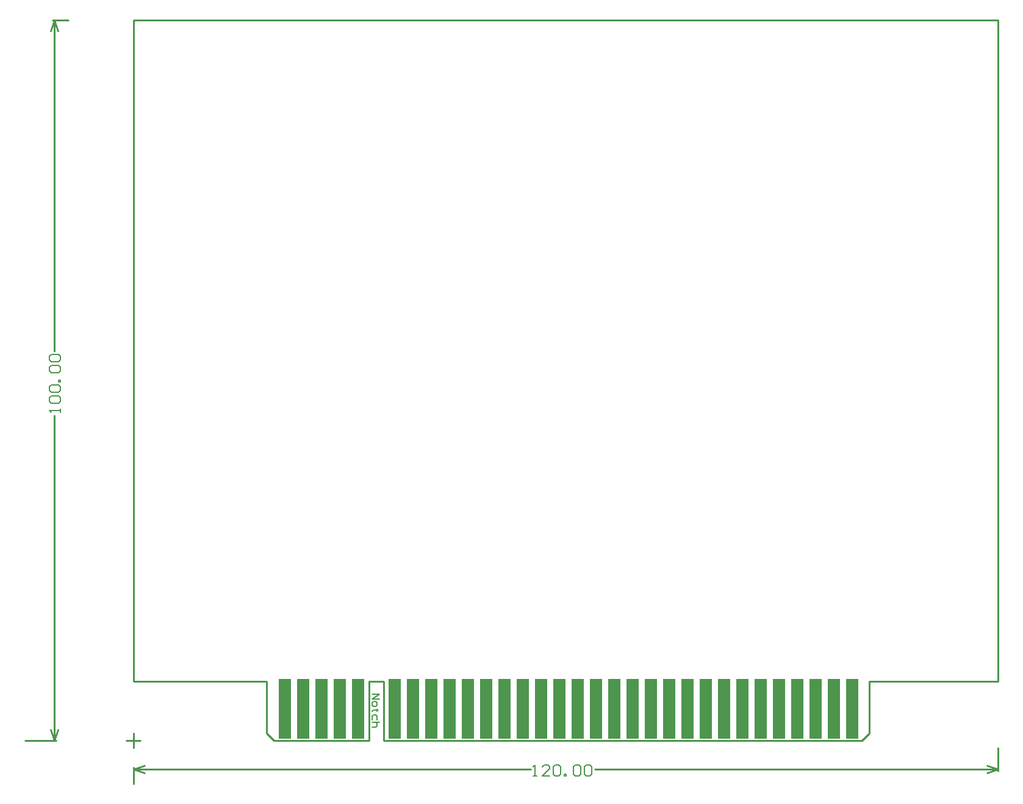
<source format=gtp>
G04*
G04 #@! TF.GenerationSoftware,Altium Limited,CircuitStudio,1.5.2 (30)*
G04*
G04 Layer_Color=7318015*
%FSLAX25Y25*%
%MOIN*%
G70*
G01*
G75*
%ADD10R,0.06500X0.32500*%
%ADD11C,0.01000*%
%ADD13C,0.00800*%
%ADD14C,0.00600*%
D10*
X395000Y1152500D02*
D03*
X665000D02*
D03*
X655000D02*
D03*
X645000D02*
D03*
X635000D02*
D03*
X355000D02*
D03*
X365000D02*
D03*
X375000D02*
D03*
X385000D02*
D03*
X415000D02*
D03*
X425000D02*
D03*
X435000D02*
D03*
X445000D02*
D03*
X455000D02*
D03*
X465000D02*
D03*
X475000D02*
D03*
X485000D02*
D03*
X495000D02*
D03*
X505000D02*
D03*
X515000D02*
D03*
X525000D02*
D03*
X535000D02*
D03*
X545000D02*
D03*
X555000D02*
D03*
X565000D02*
D03*
X575000D02*
D03*
X585000D02*
D03*
X595000D02*
D03*
X605000D02*
D03*
X615000D02*
D03*
X625000D02*
D03*
D11*
X744626Y1118252D02*
Y1131063D01*
X272185Y1111378D02*
Y1120252D01*
X524400Y1119252D02*
X744626D01*
X272185D02*
X489211D01*
X738626Y1121252D02*
X744626Y1119252D01*
X738626Y1117252D02*
X744626Y1119252D01*
X272185D02*
X278185Y1117252D01*
X272185Y1119252D02*
X278185Y1121252D01*
X227878Y1528701D02*
X236752D01*
X213130Y1135000D02*
X229878D01*
X228878Y1347845D02*
Y1528701D01*
Y1135000D02*
Y1312656D01*
X226878Y1522701D02*
X228878Y1528701D01*
X230878Y1522701D01*
X228878Y1135000D02*
X230878Y1141000D01*
X226878D02*
X228878Y1135000D01*
X401000Y1167500D02*
X409000D01*
X401000Y1135000D02*
Y1167500D01*
X350000Y1135000D02*
X401000D01*
X409000D02*
Y1167500D01*
Y1135000D02*
X670000D01*
X272185Y1131063D02*
Y1138937D01*
X268248Y1135000D02*
X276122D01*
X349700D02*
X401000D01*
X409000D02*
Y1167500D01*
X401000Y1135000D02*
Y1167500D01*
X409000Y1135000D02*
X670300D01*
X674300Y1139000D02*
Y1167500D01*
X670300Y1135000D02*
X674300Y1139000D01*
X344937D02*
Y1167480D01*
Y1139000D02*
X348937Y1135000D01*
X349700D01*
X272185Y1167480D02*
Y1528701D01*
X744626D01*
Y1167500D02*
Y1528701D01*
X674300Y1167500D02*
X744449D01*
X272185Y1167480D02*
X344937D01*
D13*
X402500Y1160500D02*
X406499D01*
X402500Y1157834D01*
X406499D01*
X402500Y1155835D02*
Y1154502D01*
X403166Y1153835D01*
X404499D01*
X405166Y1154502D01*
Y1155835D01*
X404499Y1156501D01*
X403166D01*
X402500Y1155835D01*
X405832Y1151836D02*
X405166D01*
Y1152503D01*
Y1151170D01*
Y1151836D01*
X403166D01*
X402500Y1151170D01*
X405166Y1146504D02*
Y1148504D01*
X404499Y1149170D01*
X403166D01*
X402500Y1148504D01*
Y1146504D01*
X406499Y1145172D02*
X402500D01*
X404499D01*
X405166Y1144505D01*
Y1143172D01*
X404499Y1142506D01*
X402500D01*
D14*
X490811Y1115653D02*
X492810D01*
X491810D01*
Y1121651D01*
X490811Y1120651D01*
X499808Y1115653D02*
X495809D01*
X499808Y1119652D01*
Y1120651D01*
X498808Y1121651D01*
X496809D01*
X495809Y1120651D01*
X501807D02*
X502807Y1121651D01*
X504806D01*
X505806Y1120651D01*
Y1116653D01*
X504806Y1115653D01*
X502807D01*
X501807Y1116653D01*
Y1120651D01*
X507805Y1115653D02*
Y1116653D01*
X508805D01*
Y1115653D01*
X507805D01*
X512804Y1120651D02*
X513803Y1121651D01*
X515802D01*
X516802Y1120651D01*
Y1116653D01*
X515802Y1115653D01*
X513803D01*
X512804Y1116653D01*
Y1120651D01*
X518802D02*
X519801Y1121651D01*
X521801D01*
X522800Y1120651D01*
Y1116653D01*
X521801Y1115653D01*
X519801D01*
X518802Y1116653D01*
Y1120651D01*
X232477Y1314256D02*
Y1316255D01*
Y1315255D01*
X226479D01*
X227479Y1314256D01*
Y1319254D02*
X226479Y1320254D01*
Y1322253D01*
X227479Y1323253D01*
X231477D01*
X232477Y1322253D01*
Y1320254D01*
X231477Y1319254D01*
X227479D01*
Y1325252D02*
X226479Y1326252D01*
Y1328251D01*
X227479Y1329251D01*
X231477D01*
X232477Y1328251D01*
Y1326252D01*
X231477Y1325252D01*
X227479D01*
X232477Y1331250D02*
X231477D01*
Y1332250D01*
X232477D01*
Y1331250D01*
X227479Y1336248D02*
X226479Y1337248D01*
Y1339248D01*
X227479Y1340247D01*
X231477D01*
X232477Y1339248D01*
Y1337248D01*
X231477Y1336248D01*
X227479D01*
Y1342247D02*
X226479Y1343246D01*
Y1345245D01*
X227479Y1346245D01*
X231477D01*
X232477Y1345245D01*
Y1343246D01*
X231477Y1342247D01*
X227479D01*
M02*

</source>
